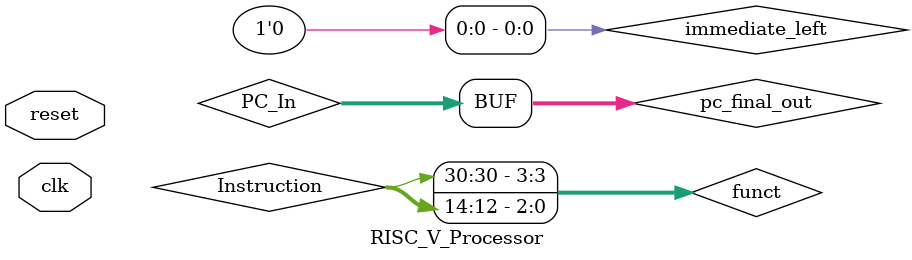
<source format=v>
`timescale 1ns / 1ps

module RISC_V_Processor(
    input clk,
    input reset
    );
    //PC Counter
    wire [63:0] PC_In;
    wire [63:0] PC_Out;
    
    Program_Counter a1(clk,reset,PC_In,PC_Out);
    
    //PC + 4
    wire [63:0] PCFour;
    Adder b1(PC_Out, 64'd4, PCFour);
    
    //Instr_Addr
    wire [31:0] Instruction;
    Instruction_Memory c1(PC_Out,Instruction);
    
    //Instruction Parser
    wire [6:0] opcode;
    wire [4:0] rd;
    wire [4:0] rs1;
    wire [4:0] rs2;
    wire [2:0] funct3;
    wire [3:0] funct7;
//    InstructionParser_task02 d1(Instruction,opcode,rd,funct3,rs1,rs2,funct7);
    Instruction_Parser d1(Instruction, funct3, funct7, rs1, rs2, rd, opcode);
    
    //Control Unit Generation
    wire [3:0] funct; 
    assign funct = {Instruction[30], Instruction[14:12]};
    wire Branch;                // Branch control signal
    wire [2:0] BranchType;
    wire MemRead;               // Memory Read control signal
    wire MemtoReg;              // Memory to Register control signal
    wire MemWrite;              // Memory Write control signal
    wire ALUSrc;                // ALU Source control signal (use of immediate or register)
    wire RegWrite;              // Register Write control signal
    wire [3:0] Operation;
    top_control g1(opcode,funct,Branch,MemRead,MemtoReg,MemWrite,ALUSrc,RegWrite,Operation);
    assign BranchType = funct3;
    //Immediate Data Extractor
    wire [63:0] immediate;
//    ImmediateDataGenerator_task03 e1(Instruction,immediate);
    Imm_Data_Extractor e1(Instruction, immediate);
    
    
    //PC + Branch Instruction
    wire [63:0] PCBranch;
    wire [63:0] immediate_left;
    assign immediate_left = immediate << 1;
    Adder f1(PC_Out,immediate_left, PCBranch);
    
    //Register File
    wire [63:0] writeData;
    wire [63:0] ReadData1;
    wire [63:0] ReadData2;
    registerFile h1(writeData,rs1,rs2,rd,RegWrite,clk,reset,ReadData1,ReadData2);
    
    //Mux for ALU INPUTS
    wire [63:0] data_out;
    mux_2x1 i1(ReadData2,immediate,ALUSrc, data_out);
    
    
    //ALU
    wire Cin;
    wire Cout;
    wire Zero;
    wire Less;
    wire [63:0] Result;
    assign Cin = Operation == 4'b0011 ? 1 : 0;
    ALU_64_bit j1(ReadData1, data_out, Cin, Operation, Cout, Zero, Less, Result);
  
    
    //PC Mux Complete
    wire [63:0] pc_final_out;
    wire signal;
//    assign signal = Branch && Zero; 
    assign signal = (BranchType == 3'b000) ? (Branch && Zero) :       // beq
                (BranchType == 3'b001) ? (Branch && !Zero) :      // bne
                (BranchType == 3'b100) ? (Branch && Less) :       // blt
                (BranchType == 3'b101) ? (Branch && !Less) :      // bge
                0;

    mux_2x1 k1(PCFour, PCBranch, signal, pc_final_out); 
    assign PC_In = pc_final_out; 
    
    //DM
    wire [63:0] Read_Data;
    Data_Memory l1(Result,ReadData2,clk,MemWrite,MemRead,Read_Data);
    
    //Final Mux
    wire [63:0] final_mux_data_out;
    mux_2x1 m1(Result,Read_Data,MemtoReg,final_mux_data_out);
    
    assign writeData = final_mux_data_out;
    
    
endmodule

</source>
